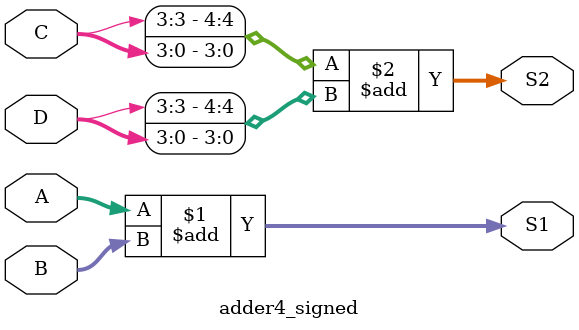
<source format=v>

module adder4_signed (S1, S2, A, B, C, D);
input  signed [3:0] A, B;	// A, B ¥|¦ì¤¸¦³¸¹¼Æ¿é¤J
input  [3:0] C, D;		// C, D ¥|¦ì¤¸µL¸¹¼Æ¿é¤J
output signed [4:0] S1, S2;  	// S1, S2 ¤­¦ì¤¸¦³¸¹¼Æ¥[ªk©M¿é¥X

// ¦³¸¹¼Æ¥[ªk 
assign S1 = A + B;
assign S2 = $signed(C) + $signed(D);

endmodule

</source>
